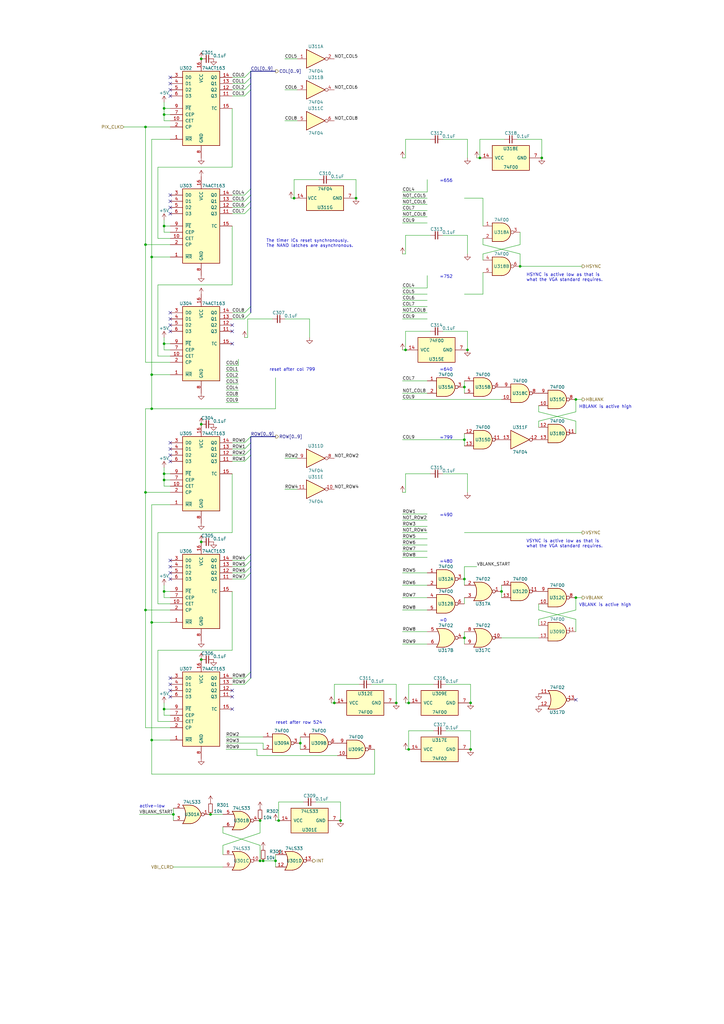
<source format=kicad_sch>
(kicad_sch (version 20211123) (generator eeschema)
  (paper "A3" portrait)
  (junction (at 62.23 255.27))
  (junction (at 59.69 201.93))
  (junction (at 190.5 237.49))
  (junction (at 106.68 336.55))
  (junction (at 113.03 353.06))
  (junction (at 106.68 353.06))
  (junction (at 62.23 167.64))
  (junction (at 137.16 288.29))
  (junction (at 146.05 81.28))
  (junction (at 71.12 334.01))
  (junction (at 139.7 336.55))
  (junction (at 196.85 64.77))
  (junction (at 67.31 196.85))
  (junction (at 190.5 158.75))
  (junction (at 190.5 180.34))
  (junction (at 82.55 173.99))
  (junction (at 114.3 336.55))
  (junction (at 59.69 250.19))
  (junction (at 193.04 288.29))
  (junction (at 193.04 307.34))
  (junction (at 67.31 242.57))
  (junction (at 167.64 288.29))
  (junction (at 162.56 288.29))
  (junction (at 205.74 242.57))
  (junction (at 166.37 143.51))
  (junction (at 59.69 100.33))
  (junction (at 107.95 353.06))
  (junction (at 213.36 109.22))
  (junction (at 62.23 153.67))
  (junction (at 82.55 222.25))
  (junction (at 123.19 304.8))
  (junction (at 167.64 307.34))
  (junction (at 120.65 81.28))
  (junction (at 236.22 163.83))
  (junction (at 82.55 24.13))
  (junction (at 62.23 303.53))
  (junction (at 86.36 334.01))
  (junction (at 82.55 270.51))
  (junction (at 191.77 143.51))
  (junction (at 67.31 92.71))
  (junction (at 67.31 140.97))
  (junction (at 67.31 290.83))
  (junction (at 62.23 105.41))
  (junction (at 67.31 46.99))
  (junction (at 222.25 64.77))
  (junction (at 236.22 245.11))
  (junction (at 67.31 44.45))
  (junction (at 190.5 261.62))
  (junction (at 59.69 52.07))
  (junction (at 67.31 194.31))
  (no_connect (at 69.85 34.29))
  (no_connect (at 69.85 85.09))
  (no_connect (at 69.85 128.27))
  (no_connect (at 69.85 229.87))
  (no_connect (at 95.25 135.89))
  (no_connect (at 69.85 82.55))
  (no_connect (at 69.85 283.21))
  (no_connect (at 69.85 285.75))
  (no_connect (at 95.25 285.75))
  (no_connect (at 69.85 234.95))
  (no_connect (at 69.85 80.01))
  (no_connect (at 69.85 189.23))
  (no_connect (at 95.25 283.21))
  (no_connect (at 69.85 133.35))
  (no_connect (at 69.85 278.13))
  (no_connect (at 69.85 280.67))
  (no_connect (at 69.85 237.49))
  (no_connect (at 95.25 140.97))
  (no_connect (at 69.85 135.89))
  (no_connect (at 69.85 181.61))
  (no_connect (at 69.85 130.81))
  (no_connect (at 69.85 87.63))
  (no_connect (at 236.22 287.02))
  (no_connect (at 69.85 186.69))
  (no_connect (at 69.85 31.75))
  (no_connect (at 95.25 290.83))
  (no_connect (at 69.85 232.41))
  (no_connect (at 95.25 133.35))
  (no_connect (at 69.85 39.37))
  (no_connect (at 69.85 184.15))
  (no_connect (at 69.85 36.83))
  (bus_entry (at 102.87 125.73) (size -2.54 2.54))
  (bus_entry (at 102.87 184.15) (size -2.54 2.54))
  (bus_entry (at 102.87 278.13) (size -2.54 2.54))
  (bus_entry (at 102.87 234.95) (size -2.54 2.54))
  (bus_entry (at 102.87 36.83) (size -2.54 2.54))
  (bus_entry (at 102.87 31.75) (size -2.54 2.54))
  (bus_entry (at 102.87 77.47) (size -2.54 2.54))
  (bus_entry (at 102.87 232.41) (size -2.54 2.54))
  (bus_entry (at 102.87 34.29) (size -2.54 2.54))
  (bus_entry (at 100.33 181.61) (size 2.54 -2.54))
  (bus_entry (at 102.87 80.01) (size -2.54 2.54))
  (bus_entry (at 102.87 29.21) (size -2.54 2.54))
  (bus_entry (at 100.33 189.23) (size 2.54 -2.54))
  (bus_entry (at 102.87 128.27) (size -2.54 2.54))
  (bus_entry (at 102.87 227.33) (size -2.54 2.54))
  (bus_entry (at 100.33 184.15) (size 2.54 -2.54))
  (bus_entry (at 100.33 232.41) (size 2.54 -2.54))
  (bus_entry (at 102.87 275.59) (size -2.54 2.54))
  (bus_entry (at 102.87 82.55) (size -2.54 2.54))
  (bus_entry (at 102.87 85.09) (size -2.54 2.54))
  (wire (pts (xy 64.77 218.44) (xy 95.25 218.44)))
  (wire (pts (xy 236.22 168.91) (xy 236.22 163.83)))
  (wire (pts (xy 190.5 245.11) (xy 190.5 247.65)))
  (wire (pts (xy 71.12 331.47) (xy 71.12 334.01)))
  (bus (pts (xy 102.87 181.61) (xy 102.87 184.15)))
  (wire (pts (xy 207.01 57.15) (xy 196.85 57.15)))
  (wire (pts (xy 123.19 307.34) (xy 123.19 304.8)))
  (wire (pts (xy 69.85 146.05) (xy 64.77 146.05)))
  (wire (pts (xy 95.25 184.15) (xy 100.33 184.15)))
  (wire (pts (xy 91.44 346.71) (xy 106.68 341.63)))
  (wire (pts (xy 67.31 242.57) (xy 67.31 245.11)))
  (wire (pts (xy 100.33 138.43) (xy 101.6 138.43)))
  (wire (pts (xy 67.31 191.77) (xy 67.31 194.31)))
  (wire (pts (xy 111.76 130.81) (xy 101.6 130.81)))
  (wire (pts (xy 165.1 228.6) (xy 175.26 228.6)))
  (wire (pts (xy 67.31 46.99) (xy 67.31 49.53)))
  (wire (pts (xy 71.12 334.01) (xy 71.12 336.55)))
  (wire (pts (xy 69.85 295.91) (xy 64.77 295.91)))
  (wire (pts (xy 176.53 194.31) (xy 166.37 194.31)))
  (wire (pts (xy 120.65 73.66) (xy 120.65 81.28)))
  (wire (pts (xy 165.1 223.52) (xy 175.26 223.52)))
  (wire (pts (xy 191.77 194.31) (xy 191.77 201.93)))
  (wire (pts (xy 86.36 334.01) (xy 91.44 334.01)))
  (wire (pts (xy 95.25 87.63) (xy 100.33 87.63)))
  (wire (pts (xy 59.69 201.93) (xy 59.69 167.64)))
  (wire (pts (xy 205.74 245.11) (xy 205.74 242.57)))
  (wire (pts (xy 67.31 194.31) (xy 69.85 194.31)))
  (wire (pts (xy 92.71 160.02) (xy 97.79 160.02)))
  (wire (pts (xy 92.71 152.4) (xy 97.79 152.4)))
  (bus (pts (xy 102.87 184.15) (xy 102.87 186.69)))
  (wire (pts (xy 176.53 135.89) (xy 166.37 135.89)))
  (wire (pts (xy 165.1 118.11) (xy 175.26 118.11)))
  (wire (pts (xy 64.77 97.79) (xy 64.77 68.58)))
  (wire (pts (xy 121.92 200.66) (xy 116.84 200.66)))
  (wire (pts (xy 190.5 120.65) (xy 198.12 120.65)))
  (wire (pts (xy 62.23 105.41) (xy 69.85 105.41)))
  (wire (pts (xy 67.31 290.83) (xy 67.31 293.37)))
  (wire (pts (xy 181.61 57.15) (xy 191.77 57.15)))
  (wire (pts (xy 67.31 140.97) (xy 69.85 140.97)))
  (wire (pts (xy 165.1 264.16) (xy 175.26 264.16)))
  (wire (pts (xy 95.25 116.84) (xy 95.25 92.71)))
  (wire (pts (xy 92.71 307.34) (xy 105.41 307.34)))
  (bus (pts (xy 102.87 179.07) (xy 102.87 181.61)))
  (wire (pts (xy 67.31 92.71) (xy 69.85 92.71)))
  (wire (pts (xy 71.12 355.6) (xy 91.44 355.6)))
  (wire (pts (xy 119.38 81.28) (xy 120.65 81.28)))
  (wire (pts (xy 113.03 167.64) (xy 62.23 167.64)))
  (wire (pts (xy 100.33 39.37) (xy 95.25 39.37)))
  (wire (pts (xy 198.12 106.68) (xy 198.12 104.14)))
  (wire (pts (xy 59.69 201.93) (xy 59.69 250.19)))
  (bus (pts (xy 102.87 275.59) (xy 102.87 278.13)))
  (bus (pts (xy 102.87 29.21) (xy 102.87 31.75)))
  (wire (pts (xy 59.69 250.19) (xy 69.85 250.19)))
  (wire (pts (xy 127 138.43) (xy 127 130.81)))
  (wire (pts (xy 190.5 218.44) (xy 238.76 218.44)))
  (wire (pts (xy 220.98 250.19) (xy 236.22 254)))
  (wire (pts (xy 220.98 168.91) (xy 236.22 172.72)))
  (wire (pts (xy 191.77 57.15) (xy 191.77 64.77)))
  (bus (pts (xy 102.87 77.47) (xy 102.87 80.01)))
  (wire (pts (xy 113.03 353.06) (xy 113.03 350.52)))
  (bus (pts (xy 102.87 36.83) (xy 102.87 77.47)))
  (wire (pts (xy 67.31 95.25) (xy 69.85 95.25)))
  (wire (pts (xy 191.77 96.52) (xy 191.77 104.14)))
  (wire (pts (xy 166.37 96.52) (xy 166.37 104.14)))
  (wire (pts (xy 92.71 149.86) (xy 97.79 149.86)))
  (wire (pts (xy 67.31 293.37) (xy 69.85 293.37)))
  (wire (pts (xy 116.84 49.53) (xy 121.92 49.53)))
  (wire (pts (xy 67.31 140.97) (xy 67.31 143.51)))
  (wire (pts (xy 100.33 85.09) (xy 95.25 85.09)))
  (wire (pts (xy 190.5 182.88) (xy 190.5 180.34)))
  (wire (pts (xy 116.84 36.83) (xy 121.92 36.83)))
  (wire (pts (xy 165.1 213.36) (xy 175.26 213.36)))
  (wire (pts (xy 220.98 166.37) (xy 220.98 168.91)))
  (wire (pts (xy 101.6 130.81) (xy 101.6 138.43)))
  (wire (pts (xy 198.12 92.71) (xy 198.12 81.28)))
  (wire (pts (xy 190.5 232.41) (xy 195.58 232.41)))
  (wire (pts (xy 147.32 280.67) (xy 137.16 280.67)))
  (wire (pts (xy 165.1 234.95) (xy 175.26 234.95)))
  (wire (pts (xy 91.44 341.63) (xy 106.68 346.71)))
  (wire (pts (xy 123.19 302.26) (xy 123.19 304.8)))
  (wire (pts (xy 59.69 298.45) (xy 69.85 298.45)))
  (wire (pts (xy 236.22 172.72) (xy 236.22 177.8)))
  (bus (pts (xy 102.87 234.95) (xy 102.87 275.59)))
  (wire (pts (xy 165.1 143.51) (xy 166.37 143.51)))
  (wire (pts (xy 127 130.81) (xy 116.84 130.81)))
  (wire (pts (xy 95.25 237.49) (xy 100.33 237.49)))
  (wire (pts (xy 100.33 31.75) (xy 95.25 31.75)))
  (bus (pts (xy 102.87 179.07) (xy 113.03 179.07)))
  (wire (pts (xy 190.5 237.49) (xy 190.5 240.03)))
  (wire (pts (xy 106.68 346.71) (xy 106.68 353.06)))
  (wire (pts (xy 92.71 157.48) (xy 97.79 157.48)))
  (wire (pts (xy 59.69 52.07) (xy 59.69 100.33)))
  (wire (pts (xy 190.5 156.21) (xy 190.5 158.75)))
  (wire (pts (xy 64.77 295.91) (xy 64.77 266.7)))
  (bus (pts (xy 102.87 29.21) (xy 113.03 29.21)))
  (wire (pts (xy 92.71 165.1) (xy 97.79 165.1)))
  (wire (pts (xy 95.25 232.41) (xy 100.33 232.41)))
  (wire (pts (xy 62.23 317.5) (xy 153.67 317.5)))
  (wire (pts (xy 220.98 172.72) (xy 236.22 168.91)))
  (bus (pts (xy 102.87 82.55) (xy 102.87 85.09)))
  (wire (pts (xy 166.37 307.34) (xy 167.64 307.34)))
  (wire (pts (xy 92.71 162.56) (xy 97.79 162.56)))
  (wire (pts (xy 67.31 196.85) (xy 69.85 196.85)))
  (wire (pts (xy 193.04 288.29) (xy 193.04 280.67)))
  (wire (pts (xy 165.1 259.08) (xy 175.26 259.08)))
  (wire (pts (xy 95.25 278.13) (xy 100.33 278.13)))
  (wire (pts (xy 198.12 100.33) (xy 213.36 104.14)))
  (bus (pts (xy 102.87 85.09) (xy 102.87 125.73)))
  (wire (pts (xy 57.15 334.01) (xy 71.12 334.01)))
  (wire (pts (xy 100.33 82.55) (xy 95.25 82.55)))
  (wire (pts (xy 100.33 36.83) (xy 95.25 36.83)))
  (wire (pts (xy 198.12 97.79) (xy 198.12 100.33)))
  (wire (pts (xy 113.03 336.55) (xy 114.3 336.55)))
  (wire (pts (xy 91.44 339.09) (xy 91.44 341.63)))
  (bus (pts (xy 102.87 34.29) (xy 102.87 36.83)))
  (bus (pts (xy 102.87 125.73) (xy 102.87 128.27)))
  (wire (pts (xy 59.69 250.19) (xy 59.69 298.45)))
  (wire (pts (xy 166.37 57.15) (xy 166.37 64.77)))
  (wire (pts (xy 67.31 44.45) (xy 69.85 44.45)))
  (wire (pts (xy 212.09 57.15) (xy 222.25 57.15)))
  (wire (pts (xy 162.56 288.29) (xy 162.56 280.67)))
  (wire (pts (xy 62.23 303.53) (xy 62.23 317.5)))
  (wire (pts (xy 97.79 149.86) (xy 97.79 147.32)))
  (wire (pts (xy 165.1 64.77) (xy 166.37 64.77)))
  (wire (pts (xy 238.76 245.11) (xy 236.22 245.11)))
  (wire (pts (xy 198.12 120.65) (xy 198.12 111.76)))
  (wire (pts (xy 62.23 255.27) (xy 69.85 255.27)))
  (wire (pts (xy 238.76 163.83) (xy 236.22 163.83)))
  (wire (pts (xy 106.68 353.06) (xy 107.95 353.06)))
  (wire (pts (xy 146.05 73.66) (xy 146.05 81.28)))
  (wire (pts (xy 175.26 73.66) (xy 175.26 78.74)))
  (wire (pts (xy 165.1 210.82) (xy 175.26 210.82)))
  (wire (pts (xy 193.04 299.72) (xy 182.88 299.72)))
  (wire (pts (xy 213.36 109.22) (xy 238.76 109.22)))
  (wire (pts (xy 67.31 242.57) (xy 69.85 242.57)))
  (wire (pts (xy 50.8 52.07) (xy 59.69 52.07)))
  (wire (pts (xy 205.74 261.62) (xy 220.98 261.62)))
  (wire (pts (xy 67.31 49.53) (xy 69.85 49.53)))
  (wire (pts (xy 190.5 261.62) (xy 190.5 259.08)))
  (wire (pts (xy 166.37 135.89) (xy 166.37 143.51)))
  (wire (pts (xy 165.1 201.93) (xy 166.37 201.93)))
  (wire (pts (xy 177.8 280.67) (xy 167.64 280.67)))
  (wire (pts (xy 64.77 247.65) (xy 64.77 218.44)))
  (wire (pts (xy 165.1 104.14) (xy 166.37 104.14)))
  (wire (pts (xy 114.3 328.93) (xy 114.3 336.55)))
  (wire (pts (xy 190.5 237.49) (xy 190.5 232.41)))
  (wire (pts (xy 165.1 81.28) (xy 175.26 81.28)))
  (wire (pts (xy 67.31 196.85) (xy 67.31 199.39)))
  (wire (pts (xy 167.64 299.72) (xy 167.64 307.34)))
  (wire (pts (xy 62.23 153.67) (xy 69.85 153.67)))
  (wire (pts (xy 62.23 255.27) (xy 62.23 303.53)))
  (wire (pts (xy 95.25 229.87) (xy 100.33 229.87)))
  (wire (pts (xy 91.44 350.52) (xy 91.44 346.71)))
  (bus (pts (xy 102.87 186.69) (xy 102.87 227.33)))
  (wire (pts (xy 95.25 266.7) (xy 95.25 242.57)))
  (wire (pts (xy 107.95 304.8) (xy 107.95 307.34)))
  (wire (pts (xy 124.46 328.93) (xy 114.3 328.93)))
  (wire (pts (xy 95.25 68.58) (xy 95.25 44.45)))
  (wire (pts (xy 181.61 135.89) (xy 191.77 135.89)))
  (wire (pts (xy 105.41 309.88) (xy 138.43 309.88)))
  (wire (pts (xy 59.69 100.33) (xy 59.69 148.59)))
  (wire (pts (xy 196.85 57.15) (xy 196.85 64.77)))
  (wire (pts (xy 67.31 41.91) (xy 67.31 44.45)))
  (wire (pts (xy 105.41 307.34) (xy 105.41 309.88)))
  (wire (pts (xy 165.1 88.9) (xy 175.26 88.9)))
  (wire (pts (xy 64.77 146.05) (xy 64.77 116.84)))
  (wire (pts (xy 69.85 97.79) (xy 64.77 97.79)))
  (wire (pts (xy 95.25 130.81) (xy 100.33 130.81)))
  (wire (pts (xy 236.22 250.19) (xy 236.22 245.11)))
  (wire (pts (xy 95.25 181.61) (xy 100.33 181.61)))
  (wire (pts (xy 67.31 138.43) (xy 67.31 140.97)))
  (wire (pts (xy 153.67 317.5) (xy 153.67 307.34)))
  (wire (pts (xy 59.69 201.93) (xy 69.85 201.93)))
  (wire (pts (xy 165.1 245.11) (xy 175.26 245.11)))
  (wire (pts (xy 220.98 256.54) (xy 220.98 254)))
  (wire (pts (xy 67.31 46.99) (xy 69.85 46.99)))
  (wire (pts (xy 62.23 57.15) (xy 62.23 105.41)))
  (bus (pts (xy 102.87 229.87) (xy 102.87 232.41)))
  (wire (pts (xy 62.23 105.41) (xy 62.23 153.67)))
  (wire (pts (xy 222.25 57.15) (xy 222.25 64.77)))
  (wire (pts (xy 67.31 240.03) (xy 67.31 242.57)))
  (wire (pts (xy 137.16 280.67) (xy 137.16 288.29)))
  (wire (pts (xy 106.68 341.63) (xy 106.68 336.55)))
  (wire (pts (xy 100.33 80.01) (xy 95.25 80.01)))
  (wire (pts (xy 165.1 123.19) (xy 175.26 123.19)))
  (wire (pts (xy 166.37 194.31) (xy 166.37 201.93)))
  (wire (pts (xy 95.25 186.69) (xy 100.33 186.69)))
  (wire (pts (xy 130.81 73.66) (xy 120.65 73.66)))
  (wire (pts (xy 95.25 128.27) (xy 100.33 128.27)))
  (wire (pts (xy 165.1 218.44) (xy 175.26 218.44)))
  (wire (pts (xy 165.1 120.65) (xy 175.26 120.65)))
  (wire (pts (xy 67.31 290.83) (xy 69.85 290.83)))
  (wire (pts (xy 67.31 44.45) (xy 67.31 46.99)))
  (wire (pts (xy 166.37 288.29) (xy 167.64 288.29)))
  (wire (pts (xy 95.25 189.23) (xy 100.33 189.23)))
  (wire (pts (xy 92.71 154.94) (xy 97.79 154.94)))
  (wire (pts (xy 59.69 100.33) (xy 69.85 100.33)))
  (wire (pts (xy 213.36 104.14) (xy 213.36 109.22)))
  (bus (pts (xy 102.87 232.41) (xy 102.87 234.95)))
  (wire (pts (xy 191.77 135.89) (xy 191.77 143.51)))
  (wire (pts (xy 165.1 86.36) (xy 175.26 86.36)))
  (wire (pts (xy 64.77 116.84) (xy 95.25 116.84)))
  (wire (pts (xy 190.5 180.34) (xy 190.5 177.8)))
  (wire (pts (xy 59.69 148.59) (xy 69.85 148.59)))
  (wire (pts (xy 176.53 57.15) (xy 166.37 57.15)))
  (wire (pts (xy 165.1 180.34) (xy 190.5 180.34)))
  (wire (pts (xy 62.23 207.01) (xy 62.23 255.27)))
  (wire (pts (xy 59.69 167.64) (xy 62.23 167.64)))
  (wire (pts (xy 198.12 104.14) (xy 213.36 100.33)))
  (wire (pts (xy 62.23 303.53) (xy 69.85 303.53)))
  (wire (pts (xy 165.1 78.74) (xy 175.26 78.74)))
  (wire (pts (xy 92.71 302.26) (xy 107.95 302.26)))
  (wire (pts (xy 175.26 113.03) (xy 175.26 118.11)))
  (wire (pts (xy 220.98 247.65) (xy 220.98 250.19)))
  (wire (pts (xy 165.1 215.9) (xy 175.26 215.9)))
  (wire (pts (xy 67.31 143.51) (xy 69.85 143.51)))
  (wire (pts (xy 213.36 100.33) (xy 213.36 95.25)))
  (wire (pts (xy 95.25 234.95) (xy 100.33 234.95)))
  (wire (pts (xy 116.84 24.13) (xy 121.92 24.13)))
  (wire (pts (xy 95.25 280.67) (xy 100.33 280.67)))
  (wire (pts (xy 59.69 52.07) (xy 69.85 52.07)))
  (wire (pts (xy 165.1 220.98) (xy 175.26 220.98)))
  (wire (pts (xy 67.31 92.71) (xy 67.31 95.25)))
  (wire (pts (xy 69.85 207.01) (xy 62.23 207.01)))
  (wire (pts (xy 92.71 304.8) (xy 107.95 304.8)))
  (wire (pts (xy 165.1 163.83) (xy 205.74 163.83)))
  (bus (pts (xy 102.87 227.33) (xy 102.87 229.87)))
  (wire (pts (xy 64.77 68.58) (xy 95.25 68.58)))
  (wire (pts (xy 236.22 254) (xy 236.22 259.08)))
  (wire (pts (xy 69.85 247.65) (xy 64.77 247.65)))
  (wire (pts (xy 67.31 90.17) (xy 67.31 92.71)))
  (wire (pts (xy 100.33 34.29) (xy 95.25 34.29)))
  (wire (pts (xy 195.58 64.77) (xy 196.85 64.77)))
  (wire (pts (xy 165.1 226.06) (xy 175.26 226.06)))
  (wire (pts (xy 162.56 280.67) (xy 152.4 280.67)))
  (bus (pts (xy 102.87 80.01) (xy 102.87 82.55)))
  (wire (pts (xy 181.61 194.31) (xy 191.77 194.31)))
  (wire (pts (xy 190.5 161.29) (xy 190.5 158.75)))
  (wire (pts (xy 67.31 194.31) (xy 67.31 196.85)))
  (wire (pts (xy 176.53 96.52) (xy 166.37 96.52)))
  (wire (pts (xy 165.1 83.82) (xy 175.26 83.82)))
  (wire (pts (xy 165.1 130.81) (xy 175.26 130.81)))
  (wire (pts (xy 190.5 261.62) (xy 190.5 264.16)))
  (wire (pts (xy 135.89 73.66) (xy 146.05 73.66)))
  (wire (pts (xy 165.1 128.27) (xy 175.26 128.27)))
  (wire (pts (xy 113.03 355.6) (xy 113.03 353.06)))
  (wire (pts (xy 139.7 328.93) (xy 129.54 328.93)))
  (wire (pts (xy 167.64 280.67) (xy 167.64 288.29)))
  (wire (pts (xy 165.1 156.21) (xy 175.26 156.21)))
  (wire (pts (xy 95.25 218.44) (xy 95.25 194.31)))
  (wire (pts (xy 69.85 57.15) (xy 62.23 57.15)))
  (wire (pts (xy 135.89 288.29) (xy 137.16 288.29)))
  (wire (pts (xy 175.26 161.29) (xy 165.1 161.29)))
  (bus (pts (xy 102.87 31.75) (xy 102.87 34.29)))
  (wire (pts (xy 67.31 245.11) (xy 69.85 245.11)))
  (wire (pts (xy 205.74 242.57) (xy 205.74 240.03)))
  (wire (pts (xy 64.77 266.7) (xy 95.25 266.7)))
  (wire (pts (xy 107.95 353.06) (xy 113.03 353.06)))
  (wire (pts (xy 177.8 299.72) (xy 167.64 299.72)))
  (wire (pts (xy 165.1 240.03) (xy 175.26 240.03)))
  (wire (pts (xy 116.84 187.96) (xy 121.92 187.96)))
  (wire (pts (xy 198.12 81.28) (xy 190.5 81.28)))
  (wire (pts (xy 193.04 307.34) (xy 193.04 299.72)))
  (wire (pts (xy 165.1 125.73) (xy 175.26 125.73)))
  (wire (pts (xy 193.04 280.67) (xy 182.88 280.67)))
  (wire (pts (xy 113.03 154.94) (xy 113.03 167.64)))
  (wire (pts (xy 181.61 96.52) (xy 191.77 96.52)))
  (wire (pts (xy 139.7 336.55) (xy 139.7 328.93)))
  (wire (pts (xy 220.98 254) (xy 236.22 250.19)))
  (wire (pts (xy 165.1 91.44) (xy 175.26 91.44)))
  (wire (pts (xy 220.98 175.26) (xy 220.98 172.72)))
  (wire (pts (xy 67.31 199.39) (xy 69.85 199.39)))
  (wire (pts (xy 165.1 250.19) (xy 175.26 250.19)))
  (wire (pts (xy 67.31 288.29) (xy 67.31 290.83)))
  (wire (pts (xy 62.23 153.67) (xy 62.23 167.64)))
  (text "active-low" (at 57.15 331.47 0) (effects (font (size 1.27 1.27)) (justify left bottom)))
  (text "HBLANK is active high" (at 237.49 167.64 0) (effects (font (size 1.27 1.27)) (justify left bottom)))
  (text "reset after col 799" (at 110.49 152.4 0) (effects (font (size 1.27 1.27)) (justify left bottom)))
  (text "=656" (at 180.34 74.93 0) (effects (font (size 1.27 1.27)) (justify left bottom)))
  (text "=480" (at 180.34 231.14 0) (effects (font (size 1.27 1.27)) (justify left bottom)))
  (text "VSYNC is active low as that is\nwhat the VGA standard requires." (at 215.9 224.79 0) (effects (font (size 1.27 1.27)) (justify left bottom)))
  (text "=752" (at 180.34 114.3 0) (effects (font (size 1.27 1.27)) (justify left bottom)))
  (text "=799" (at 180.34 180.34 0) (effects (font (size 1.27 1.27)) (justify left bottom)))
  (text "HSYNC is active low as that is\nwhat the VGA standard requires." (at 215.9 115.57 0) (effects (font (size 1.27 1.27)) (justify left bottom)))
  (text "The timer ICs reset synchronously.\nThe NAND latches are asynchronous." (at 109.22 101.6 0) (effects (font (size 1.27 1.27)) (justify left bottom)))
  (text "reset after row 524" (at 113.03 297.18 0) (effects (font (size 1.27 1.27)) (justify left bottom)))
  (text "VBLANK is active high" (at 237.49 248.92 0) (effects (font (size 1.27 1.27)) (justify left bottom)))
  (text "=640" (at 180.34 152.4 0) (effects (font (size 1.27 1.27)) (justify left bottom)))
  (text "=490" (at 180.34 212.09 0) (effects (font (size 1.27 1.27)) (justify left bottom)))
  (text "=0" (at 180.34 255.27 0) (effects (font (size 1.27 1.27)) (justify left bottom)))
  (label "COL8" (at 92.71 162.56 0))
  (label "ROW8" (at 165.1 250.19 0))
  (label "COL7" (at 165.1 156.21 0))
  (label "ROW9" (at 165.1 264.16 0))
  (label "ROW2" (at 116.84 187.96 0))
  (label "COL3" (at 92.71 157.48 0))
  (label "COL5" (at 95.25 82.55 0))
  (label "COL5" (at 116.84 24.13 0))
  (label "ROW8" (at 165.1 259.08 0))
  (label "ROW4" (at 95.25 229.87 0))
  (label "COL1" (at 92.71 152.4 0))
  (label "COL6" (at 95.25 85.09 0))
  (label "COL8" (at 116.84 49.53 0))
  (label "COL4" (at 95.25 80.01 0))
  (label "ROW1" (at 165.1 210.82 0))
  (label "NOT_ROW4" (at 137.16 200.66 0))
  (label "ROW3" (at 165.1 215.9 0))
  (label "ROW7" (at 165.1 226.06 0))
  (label "ROW8" (at 165.1 228.6 0))
  (label "ROW5" (at 165.1 234.95 0))
  (label "ROW3" (at 92.71 304.8 0))
  (label "COL0" (at 92.71 149.86 0))
  (label "ROW7" (at 95.25 237.49 0))
  (label "ROW9" (at 92.71 307.34 0))
  (label "COL1" (at 95.25 34.29 0))
  (label "ROW5" (at 165.1 220.98 0))
  (label "COL7" (at 165.1 125.73 0))
  (label "ROW6" (at 95.25 234.95 0))
  (label "COL2" (at 95.25 36.83 0))
  (label "ROW6" (at 165.1 223.52 0))
  (label "VBLANK_START" (at 57.15 334.01 0))
  (label "ROW2" (at 95.25 186.69 0))
  (label "COL4" (at 165.1 118.11 0))
  (label "ROW7" (at 165.1 245.11 0))
  (label "COL8" (at 95.25 128.27 0))
  (label "COL9" (at 165.1 163.83 0))
  (label "NOT_COL5" (at 165.1 81.28 0))
  (label "VBLANK_START" (at 195.58 232.41 0))
  (label "ROW0" (at 95.25 181.61 0))
  (label "COL7" (at 95.25 87.63 0))
  (label "ROW4" (at 116.84 200.66 0))
  (label "NOT_ROW2" (at 165.1 213.36 0))
  (label "ROW5" (at 95.25 232.41 0))
  (label "NOT_COL6" (at 137.16 36.83 0))
  (label "NOT_COL8" (at 165.1 88.9 0))
  (label "COL9" (at 95.25 130.81 0))
  (label "COL6" (at 116.84 36.83 0))
  (label "COL3" (at 95.25 39.37 0))
  (label "COL5" (at 165.1 120.65 0))
  (label "NOT_COL5" (at 137.16 24.13 0))
  (label "ROW8" (at 95.25 278.13 0))
  (label "NOT_COL8" (at 137.16 49.53 0))
  (label "COL9" (at 165.1 180.34 0))
  (label "ROW2" (at 92.71 302.26 0))
  (label "NOT_COL6" (at 165.1 83.82 0))
  (label "NOT_COL8" (at 165.1 161.29 0))
  (label "COL6" (at 165.1 123.19 0))
  (label "COL7" (at 165.1 86.36 0))
  (label "NOT_COL8" (at 165.1 128.27 0))
  (label "ROW6" (at 165.1 240.03 0))
  (label "ROW9" (at 95.25 280.67 0))
  (label "COL2" (at 92.71 154.94 0))
  (label "COL4" (at 92.71 160.02 0))
  (label "COL[0..9]" (at 102.87 29.21 0))
  (label "NOT_ROW2" (at 137.16 187.96 0))
  (label "COL0" (at 95.25 31.75 0))
  (label "COL9" (at 165.1 91.44 0))
  (label "ROW1" (at 95.25 184.15 0))
  (label "NOT_ROW4" (at 165.1 218.44 0))
  (label "COL9" (at 92.71 165.1 0))
  (label "COL9" (at 165.1 130.81 0))
  (label "ROW3" (at 95.25 189.23 0))
  (label "COL4" (at 165.1 78.74 0))
  (label "ROW[0..9]" (at 102.87 179.07 0))
  (hierarchical_label "HBLANK" (shape output) (at 238.76 163.83 0))
  (hierarchical_label "VSYNC" (shape output) (at 238.76 218.44 0))
  (hierarchical_label "INT" (shape output) (at 128.27 353.06 0))
  (hierarchical_label "PIX_CLK" (shape input) (at 50.8 52.07 180))
  (hierarchical_label "HSYNC" (shape output) (at 238.76 109.22 0))
  (hierarchical_label "VBLANK" (shape output) (at 238.76 245.11 0))
  (hierarchical_label "COL[0..9]" (shape output) (at 113.03 29.21 0))
  (hierarchical_label "ROW[0..9]" (shape output) (at 113.03 179.07 0))
  (hierarchical_label "VBI_CLR" (shape input) (at 71.12 355.6 180))
  (symbol (lib_id "power:+5V") (at 100.33 138.43 0) (unit 1)
    (property "Reference" "#PWR020" (effects hide))
    (property "Value" "+5V" (effects hide))
  )
  (symbol (lib_id "power:GND") (at 127 138.43 0) (unit 1)
    (property "Reference" "#PWR090" (effects hide))
    (property "Value" "GND" (effects hide))
  )
  (symbol (lib_id "Device:C_Small") (at 114.3 130.81 270) (unit 1)
    (property "Reference" "C307" (at 114.3 128.27 90))
    (property "Value" "0.1uF" (at 119.38 129.54 90))
    (property "Footprint" "Capacitor_THT:C_Disc_D5.0mm_W2.5mm_P2.50mm" (effects hide))
    (property "Datasheet" "https://api.kemet.com/component-edge/download/specsheet/C315C104M5U5TA7303.pdf" (effects hide))
    (property "Digikey Part No." "399-9859-1-ND" (effects hide))
  )
  (symbol (lib_id "power:+5V") (at 119.38 81.28 0) (unit 1)
    (property "Reference" "#PWR024" (effects hide))
    (property "Value" "+5V" (effects hide))
  )
  (symbol (lib_id "power:GND") (at 146.05 81.28 0) (unit 1)
    (property "Reference" "#PWR092" (effects hide))
    (property "Value" "GND" (effects hide))
  )
  (symbol (lib_id "Device:C_Small") (at 133.35 73.66 270) (unit 1)
    (property "Reference" "C310" (at 133.35 71.12 90))
    (property "Value" "0.1uF" (at 138.43 72.39 90))
    (property "Footprint" "Capacitor_THT:C_Disc_D5.0mm_W2.5mm_P2.50mm" (effects hide))
    (property "Datasheet" "https://api.kemet.com/component-edge/download/specsheet/C315C104M5U5TA7303.pdf" (effects hide))
    (property "Digikey Part No." "399-9859-1-ND" (effects hide))
  )
  (symbol (lib_id "video-rescue:74AHC30-my_library") (at 182.88 81.28 0) (unit 1)
    (property "Reference" "U313" (at 182.88 76.2 0))
    (property "Value" "74F30" (at 184.15 86.36 0))
    (property "Footprint" "Package_DIP:DIP-14_W7.62mm_Socket" (effects hide))
    (property "Datasheet" "https://www.ti.com/lit/ds/sdfs043a/sdfs043a.pdf" (effects hide))
    (property "Digikey Part No." "296-SN74F30N-ND" (effects hide))
  )
  (symbol (lib_id "video-rescue:74AHC30-my_library") (at 179.07 64.77 90) (unit 2)
    (property "Reference" "U313" (at 179.07 60.96 90))
    (property "Value" "74F30" (at 179.07 68.58 90))
    (property "Footprint" "Package_DIP:DIP-14_W7.62mm_Socket" (effects hide))
    (property "Datasheet" "https://www.ti.com/lit/ds/sdfs043a/sdfs043a.pdf" (effects hide))
    (property "Digikey Part No." "296-SN74F30N-ND" (effects hide))
  )
  (symbol (lib_id "power:+5V") (at 165.1 64.77 0) (unit 1)
    (property "Reference" "#PWR026" (effects hide))
    (property "Value" "+5V" (effects hide))
  )
  (symbol (lib_id "power:GND") (at 191.77 64.77 0) (unit 1)
    (property "Reference" "#PWR094" (effects hide))
    (property "Value" "GND" (effects hide))
  )
  (symbol (lib_id "Device:C_Small") (at 179.07 57.15 270) (unit 1)
    (property "Reference" "C312" (at 179.07 54.61 90))
    (property "Value" "0.1uF" (at 184.15 55.88 90))
    (property "Footprint" "Capacitor_THT:C_Disc_D5.0mm_W2.5mm_P2.50mm" (effects hide))
    (property "Datasheet" "https://api.kemet.com/component-edge/download/specsheet/C315C104M5U5TA7303.pdf" (effects hide))
    (property "Digikey Part No." "399-9859-1-ND" (effects hide))
  )
  (symbol (lib_id "74xx:74LS163") (at 82.55 44.45 0) (unit 1)
    (property "Reference" "U302" (at 76.2 27.94 0))
    (property "Value" "74ACT163" (at 87.63 27.94 0))
    (property "Footprint" "Package_DIP:DIP-16_W7.62mm_Socket" (effects hide))
    (property "Datasheet" "https://www.ti.com/lit/ds/symlink/cd74act163.pdf" (effects hide))
    (property "Digikey Part No." "296-32983-5-ND" (effects hide))
  )
  (symbol (lib_id "power:+5V") (at 82.55 24.13 0) (unit 1)
    (property "Reference" "#PWR013" (effects hide))
    (property "Value" "+5V" (effects hide))
  )
  (symbol (lib_id "power:GND") (at 82.55 64.77 0) (unit 1)
    (property "Reference" "#PWR080" (effects hide))
    (property "Value" "GND" (effects hide))
  )
  (symbol (lib_id "74xx:74LS163") (at 82.55 92.71 0) (unit 1)
    (property "Reference" "U303" (at 76.2 76.2 0))
    (property "Value" "74ACT163" (at 87.63 76.2 0))
    (property "Footprint" "Package_DIP:DIP-16_W7.62mm_Socket" (effects hide))
    (property "Datasheet" "https://www.ti.com/lit/ds/symlink/cd74act163.pdf" (effects hide))
    (property "Digikey Part No." "296-32983-5-ND" (effects hide))
  )
  (symbol (lib_id "power:+5V") (at 82.55 72.39 0) (unit 1)
    (property "Reference" "#PWR014" (effects hide))
    (property "Value" "+5V" (effects hide))
  )
  (symbol (lib_id "power:GND") (at 82.55 113.03 0) (unit 1)
    (property "Reference" "#PWR081" (effects hide))
    (property "Value" "GND" (effects hide))
  )
  (symbol (lib_id "video-rescue:74AHC30-my_library") (at 182.88 120.65 0) (unit 1)
    (property "Reference" "U314" (at 182.88 115.57 0))
    (property "Value" "74F30" (at 184.15 125.73 0))
    (property "Footprint" "Package_DIP:DIP-14_W7.62mm_Socket" (effects hide))
    (property "Datasheet" "https://www.ti.com/lit/ds/sdfs043a/sdfs043a.pdf" (effects hide))
    (property "Digikey Part No." "296-SN74F30N-ND" (effects hide))
  )
  (symbol (lib_id "74xx:74LS163") (at 82.55 140.97 0) (unit 1)
    (property "Reference" "U304" (at 76.2 124.46 0))
    (property "Value" "74ACT163" (at 87.63 124.46 0))
    (property "Footprint" "Package_DIP:DIP-16_W7.62mm_Socket" (effects hide))
    (property "Datasheet" "https://www.ti.com/lit/ds/symlink/cd74act163.pdf" (effects hide))
    (property "Digikey Part No." "296-32983-5-ND" (effects hide))
  )
  (symbol (lib_id "power:+5V") (at 82.55 120.65 0) (unit 1)
    (property "Reference" "#PWR015" (effects hide))
    (property "Value" "+5V" (effects hide))
  )
  (symbol (lib_id "power:GND") (at 82.55 161.29 0) (unit 1)
    (property "Reference" "#PWR082" (effects hide))
    (property "Value" "GND" (effects hide))
  )
  (symbol (lib_id "Device:C_Small") (at 179.07 96.52 270) (unit 1)
    (property "Reference" "C313" (at 179.07 93.98 90))
    (property "Value" "0.1uF" (at 184.15 95.25 90))
    (property "Footprint" "Capacitor_THT:C_Disc_D5.0mm_W2.5mm_P2.50mm" (effects hide))
    (property "Datasheet" "https://api.kemet.com/component-edge/download/specsheet/C315C104M5U5TA7303.pdf" (effects hide))
    (property "Digikey Part No." "399-9859-1-ND" (effects hide))
  )
  (symbol (lib_id "power:GND") (at 191.77 104.14 0) (unit 1)
    (property "Reference" "#PWR095" (effects hide))
    (property "Value" "GND" (effects hide))
  )
  (symbol (lib_id "power:+5V") (at 165.1 104.14 0) (unit 1)
    (property "Reference" "#PWR027" (effects hide))
    (property "Value" "+5V" (effects hide))
  )
  (symbol (lib_id "video-rescue:74AHC30-my_library") (at 179.07 104.14 90) (unit 2)
    (property "Reference" "U314" (at 179.07 100.33 90))
    (property "Value" "74F30" (at 179.07 107.95 90))
    (property "Footprint" "Package_DIP:DIP-14_W7.62mm_Socket" (effects hide))
    (property "Datasheet" "https://www.ti.com/lit/ds/sdfs043a/sdfs043a.pdf" (effects hide))
    (property "Digikey Part No." "296-SN74F30N-ND" (effects hide))
  )
  (symbol (lib_id "power:+5V") (at 67.31 41.91 0) (unit 1)
    (property "Reference" "#PWR07" (effects hide))
    (property "Value" "+5V" (at 67.31 38.1 0))
  )
  (symbol (lib_id "power:+5V") (at 67.31 90.17 0) (unit 1)
    (property "Reference" "#PWR08" (effects hide))
    (property "Value" "+5V" (at 67.31 86.36 0))
  )
  (symbol (lib_id "power:+5V") (at 67.31 138.43 0) (unit 1)
    (property "Reference" "#PWR09" (effects hide))
    (property "Value" "+5V" (at 67.31 134.62 0))
  )
  (symbol (lib_id "74xx:74AHC04") (at 129.54 24.13 0) (unit 1)
    (property "Reference" "U311" (at 129.54 19.05 0))
    (property "Value" "74F04" (at 129.54 29.21 0))
    (property "Footprint" "Package_DIP:DIP-14_W7.62mm_Socket" (effects hide))
    (property "Datasheet" "https://www.ti.com/lit/ds/symlink/sn74f04.pdf" (effects hide))
    (property "Digikey Part No." "296-3542-5-ND" (effects hide))
  )
  (symbol (lib_id "74xx:74AHC04") (at 129.54 36.83 0) (unit 2)
    (property "Reference" "U311" (at 129.54 31.75 0))
    (property "Value" "74F04" (at 129.54 41.91 0))
    (property "Footprint" "Package_DIP:DIP-14_W7.62mm_Socket" (effects hide))
    (property "Datasheet" "https://www.ti.com/lit/ds/symlink/sn74f04.pdf" (effects hide))
    (property "Digikey Part No." "296-3542-5-ND" (effects hide))
  )
  (symbol (lib_id "74xx:74AHC04") (at 129.54 49.53 0) (unit 3)
    (property "Reference" "U311" (at 129.54 44.45 0))
    (property "Value" "74F04" (at 129.54 54.61 0))
    (property "Footprint" "Package_DIP:DIP-14_W7.62mm_Socket" (effects hide))
    (property "Datasheet" "https://www.ti.com/lit/ds/symlink/sn74f04.pdf" (effects hide))
    (property "Digikey Part No." "296-3542-5-ND" (effects hide))
  )
  (symbol (lib_id "74xx:74AHC04") (at 129.54 187.96 0) (unit 4)
    (property "Reference" "U311" (at 129.54 182.88 0))
    (property "Value" "74F04" (at 129.54 193.04 0))
    (property "Footprint" "Package_DIP:DIP-14_W7.62mm_Socket" (effects hide))
    (property "Datasheet" "https://www.ti.com/lit/ds/symlink/sn74f04.pdf" (effects hide))
    (property "Digikey Part No." "296-3542-5-ND" (effects hide))
  )
  (symbol (lib_id "74xx:74AHC04") (at 129.54 200.66 0) (unit 5)
    (property "Reference" "U311" (at 129.54 195.58 0))
    (property "Value" "74F04" (at 129.54 205.74 0))
    (property "Footprint" "Package_DIP:DIP-14_W7.62mm_Socket" (effects hide))
    (property "Datasheet" "https://www.ti.com/lit/ds/symlink/sn74f04.pdf" (effects hide))
    (property "Digikey Part No." "296-3542-5-ND" (effects hide))
  )
  (symbol (lib_id "74xx:74AHC04") (at 213.36 180.34 0) (unit 6)
    (property "Reference" "U311" (at 213.36 175.26 0))
    (property "Value" "74F04" (at 213.36 185.42 0))
    (property "Footprint" "Package_DIP:DIP-14_W7.62mm_Socket" (effects hide))
    (property "Datasheet" "https://www.ti.com/lit/ds/symlink/sn74f04.pdf" (effects hide))
    (property "Digikey Part No." "296-3542-5-ND" (effects hide))
  )
  (symbol (lib_id "74xx:74AHC04") (at 133.35 81.28 90) (unit 7)
    (property "Reference" "U311" (at 133.35 85.09 90))
    (property "Value" "74F04" (at 133.35 77.47 90))
    (property "Footprint" "Package_DIP:DIP-14_W7.62mm_Socket" (effects hide))
    (property "Datasheet" "https://www.ti.com/lit/ds/symlink/sn74f04.pdf" (effects hide))
    (property "Digikey Part No." "296-3542-5-ND" (effects hide))
  )
  (symbol (lib_id "video-rescue:74AHC30-my_library") (at 105.41 154.94 0) (unit 1)
    (property "Reference" "U308" (at 105.41 149.86 0))
    (property "Value" "74F30" (at 106.68 160.02 0))
    (property "Footprint" "Package_DIP:DIP-14_W7.62mm_Socket" (effects hide))
    (property "Datasheet" "https://www.ti.com/lit/ds/sdfs043a/sdfs043a.pdf" (effects hide))
    (property "Digikey Part No." "296-SN74F30N-ND" (effects hide))
  )
  (symbol (lib_id "video-rescue:74AHC30-my_library") (at 114.3 138.43 90) (unit 2)
    (property "Reference" "U308" (at 114.3 134.62 90))
    (property "Value" "74F30" (at 114.3 142.24 90))
    (property "Footprint" "Package_DIP:DIP-14_W7.62mm_Socket" (effects hide))
    (property "Datasheet" "https://www.ti.com/lit/ds/sdfs043a/sdfs043a.pdf" (effects hide))
    (property "Digikey Part No." "296-SN74F30N-ND" (effects hide))
  )
  (symbol (lib_id "74xx:74LS00") (at 205.74 95.25 0) (unit 1)
    (property "Reference" "U318" (at 205.74 95.25 0))
    (property "Value" "74F00" (at 205.74 90.17 0))
    (property "Footprint" "Package_DIP:DIP-14_W7.62mm_Socket" (effects hide))
    (property "Datasheet" "https://www.ti.com/lit/ds/symlink/sn74f00.pdf" (effects hide))
    (property "Digikey Part No." "296-3539-5-ND" (effects hide))
  )
  (symbol (lib_id "74xx:74LS00") (at 205.74 109.22 0) (unit 2)
    (property "Reference" "U318" (at 205.74 109.22 0))
    (property "Value" "74F00" (at 205.74 104.14 0))
    (property "Footprint" "Package_DIP:DIP-14_W7.62mm_Socket" (effects hide))
    (property "Datasheet" "https://www.ti.com/lit/ds/symlink/sn74f00.pdf" (effects hide))
    (property "Digikey Part No." "296-3539-5-ND" (effects hide))
  )
  (symbol (lib_id "74xx:74LS00") (at 228.6 163.83 0) (unit 3)
    (property "Reference" "U315" (at 228.6 163.83 0))
    (property "Value" "74F00" (at 228.6 158.75 0))
    (property "Footprint" "Package_DIP:DIP-14_W7.62mm_Socket" (effects hide))
    (property "Datasheet" "https://www.ti.com/lit/ds/symlink/sn74f00.pdf" (effects hide))
    (property "Digikey Part No." "296-3539-5-ND" (effects hide))
  )
  (symbol (lib_id "74xx:74LS00") (at 228.6 177.8 0) (unit 4)
    (property "Reference" "U318" (at 228.6 177.8 0))
    (property "Value" "74F00" (at 228.6 172.72 0))
    (property "Footprint" "Package_DIP:DIP-14_W7.62mm_Socket" (effects hide))
    (property "Datasheet" "https://www.ti.com/lit/ds/symlink/sn74f00.pdf" (effects hide))
    (property "Digikey Part No." "296-3539-5-ND" (effects hide))
  )
  (symbol (lib_id "74xx:74LS00") (at 209.55 64.77 90) (unit 5)
    (property "Reference" "U318" (at 209.55 60.96 90))
    (property "Value" "74F00" (at 209.55 68.58 90))
    (property "Footprint" "Package_DIP:DIP-14_W7.62mm_Socket" (effects hide))
    (property "Datasheet" "https://www.ti.com/lit/ds/symlink/sn74f00.pdf" (effects hide))
    (property "Digikey Part No." "296-3539-5-ND" (effects hide))
  )
  (symbol (lib_id "Device:C_Small") (at 85.09 24.13 270) (unit 1)
    (property "Reference" "C301" (at 85.09 21.59 90))
    (property "Value" "0.1uF" (at 90.17 22.86 90))
    (property "Footprint" "Capacitor_THT:C_Disc_D5.0mm_W2.5mm_P2.50mm" (effects hide))
    (property "Datasheet" "https://api.kemet.com/component-edge/download/specsheet/C315C104M5U5TA7303.pdf" (effects hide))
    (property "Digikey Part No." "399-9859-1-ND" (effects hide))
  )
  (symbol (lib_id "power:GND") (at 87.63 24.13 0) (unit 1)
    (property "Reference" "#PWR086" (effects hide))
    (property "Value" "GND" (effects hide))
  )
  (symbol (lib_id "power:+5V") (at 82.55 173.99 0) (unit 1)
    (property "Reference" "#PWR016" (effects hide))
    (property "Value" "+5V" (effects hide))
  )
  (symbol (lib_id "Device:C_Small") (at 209.55 57.15 270) (unit 1)
    (property "Reference" "C318" (at 209.55 54.61 90))
    (property "Value" "0.1uF" (at 214.63 55.88 90))
    (property "Footprint" "Capacitor_THT:C_Disc_D5.0mm_W2.5mm_P2.50mm" (effects hide))
    (property "Datasheet" "https://api.kemet.com/component-edge/download/specsheet/C315C104M5U5TA7303.pdf" (effects hide))
    (property "Digikey Part No." "399-9859-1-ND" (effects hide))
  )
  (symbol (lib_id "power:GND") (at 222.25 64.77 0) (unit 1)
    (property "Reference" "#PWR0102" (effects hide))
    (property "Value" "GND" (effects hide))
  )
  (symbol (lib_id "power:+5V") (at 195.58 64.77 0) (unit 1)
    (property "Reference" "#PWR032" (effects hide))
    (property "Value" "+5V" (effects hide))
  )
  (symbol (lib_id "Device:C_Small") (at 179.07 135.89 270) (unit 1)
    (property "Reference" "C314" (at 179.07 133.35 90))
    (property "Value" "0.1uF" (at 184.15 134.62 90))
    (property "Footprint" "Capacitor_THT:C_Disc_D5.0mm_W2.5mm_P2.50mm" (effects hide))
    (property "Datasheet" "https://api.kemet.com/component-edge/download/specsheet/C315C104M5U5TA7303.pdf" (effects hide))
    (property "Digikey Part No." "399-9859-1-ND" (effects hide))
  )
  (symbol (lib_id "power:GND") (at 191.77 143.51 0) (unit 1)
    (property "Reference" "#PWR096" (effects hide))
    (property "Value" "GND" (effects hide))
  )
  (symbol (lib_id "power:+5V") (at 165.1 143.51 0) (unit 1)
    (property "Reference" "#PWR028" (effects hide))
    (property "Value" "+5V" (effects hide))
  )
  (symbol (lib_id "74xx:74LS00") (at 182.88 158.75 0) (unit 1)
    (property "Reference" "U315" (at 182.88 158.75 0))
    (property "Value" "74F00" (at 182.88 153.67 0))
    (property "Footprint" "Package_DIP:DIP-14_W7.62mm_Socket" (effects hide))
    (property "Datasheet" "https://www.ti.com/lit/ds/symlink/sn74f00.pdf" (effects hide))
    (property "Digikey Part No." "296-3539-5-ND" (effects hide))
  )
  (symbol (lib_id "74xx:74LS00") (at 198.12 158.75 0) (unit 2)
    (property "Reference" "U315" (at 198.12 158.75 0))
    (property "Value" "74F00" (at 198.12 153.67 0))
    (property "Footprint" "Package_DIP:DIP-14_W7.62mm_Socket" (effects hide))
    (property "Datasheet" "https://www.ti.com/lit/ds/symlink/sn74f00.pdf" (effects hide))
    (property "Digikey Part No." "296-3539-5-ND" (effects hide))
  )
  (symbol (lib_id "74xx:74LS00") (at 213.36 161.29 0) (unit 3)
    (property "Reference" "U318" (at 213.36 161.29 0))
    (property "Value" "74F00" (at 213.36 156.21 0))
    (property "Footprint" "Package_DIP:DIP-14_W7.62mm_Socket" (effects hide))
    (property "Datasheet" "https://www.ti.com/lit/ds/symlink/sn74f00.pdf" (effects hide))
    (property "Digikey Part No." "296-3539-5-ND" (effects hide))
  )
  (symbol (lib_id "74xx:74LS00") (at 198.12 180.34 0) (unit 4)
    (property "Reference" "U315" (at 198.12 180.34 0))
    (property "Value" "74F00" (at 198.12 175.26 0))
    (property "Footprint" "Package_DIP:DIP-14_W7.62mm_Socket" (effects hide))
    (property "Datasheet" "https://www.ti.com/lit/ds/symlink/sn74f00.pdf" (effects hide))
    (property "Digikey Part No." "296-3539-5-ND" (effects hide))
  )
  (symbol (lib_id "74xx:74LS00") (at 179.07 143.51 90) (unit 5)
    (property "Reference" "U315" (at 179.07 147.32 90))
    (property "Value" "74F00" (at 179.07 139.7 90))
    (property "Footprint" "Package_DIP:DIP-14_W7.62mm_Socket" (effects hide))
    (property "Datasheet" "https://www.ti.com/lit/ds/symlink/sn74f00.pdf" (effects hide))
    (property "Digikey Part No." "296-3539-5-ND" (effects hide))
  )
  (symbol (lib_id "74xx:74LS163") (at 82.55 194.31 0) (unit 1)
    (property "Reference" "U305" (at 76.2 177.8 0))
    (property "Value" "74ACT163" (at 87.63 177.8 0))
    (property "Footprint" "Package_DIP:DIP-16_W7.62mm_Socket" (effects hide))
    (property "Datasheet" "https://www.ti.com/lit/ds/symlink/cd74act163.pdf" (effects hide))
    (property "Digikey Part No." "296-32983-5-ND" (effects hide))
  )
  (symbol (lib_id "power:GND") (at 82.55 214.63 0) (unit 1)
    (property "Reference" "#PWR083" (effects hide))
    (property "Value" "GND" (effects hide))
  )
  (symbol (lib_id "74xx:74LS163") (at 82.55 242.57 0) (unit 1)
    (property "Reference" "U306" (at 76.2 226.06 0))
    (property "Value" "74ACT163" (at 87.63 226.06 0))
    (property "Footprint" "Package_DIP:DIP-16_W7.62mm_Socket" (effects hide))
    (property "Datasheet" "https://www.ti.com/lit/ds/symlink/cd74act163.pdf" (effects hide))
    (property "Digikey Part No." "296-32983-5-ND" (effects hide))
  )
  (symbol (lib_id "power:+5V") (at 82.55 222.25 0) (unit 1)
    (property "Reference" "#PWR017" (effects hide))
    (property "Value" "+5V" (effects hide))
  )
  (symbol (lib_id "power:GND") (at 82.55 262.89 0) (unit 1)
    (property "Reference" "#PWR084" (effects hide))
    (property "Value" "GND" (effects hide))
  )
  (symbol (lib_id "74xx:74LS163") (at 82.55 290.83 0) (unit 1)
    (property "Reference" "U307" (at 76.2 274.32 0))
    (property "Value" "74ACT163" (at 87.63 274.32 0))
    (property "Footprint" "Package_DIP:DIP-16_W7.62mm_Socket" (effects hide))
    (property "Datasheet" "https://www.ti.com/lit/ds/symlink/cd74act163.pdf" (effects hide))
    (property "Digikey Part No." "296-32983-5-ND" (effects hide))
  )
  (symbol (lib_id "power:+5V") (at 82.55 270.51 0) (unit 1)
    (property "Reference" "#PWR018" (effects hide))
    (property "Value" "+5V" (effects hide))
  )
  (symbol (lib_id "power:GND") (at 82.55 311.15 0) (unit 1)
    (property "Reference" "#PWR085" (effects hide))
    (property "Value" "GND" (effects hide))
  )
  (symbol (lib_id "power:+5V") (at 67.31 191.77 0) (unit 1)
    (property "Reference" "#PWR010" (effects hide))
    (property "Value" "+5V" (at 67.31 187.96 0))
  )
  (symbol (lib_id "power:+5V") (at 67.31 240.03 0) (unit 1)
    (property "Reference" "#PWR011" (effects hide))
    (property "Value" "+5V" (at 67.31 236.22 0))
  )
  (symbol (lib_id "power:+5V") (at 67.31 288.29 0) (unit 1)
    (property "Reference" "#PWR012" (effects hide))
    (property "Value" "+5V" (at 67.31 284.48 0))
  )
  (symbol (lib_id "Device:C_Small") (at 85.09 173.99 270) (unit 1)
    (property "Reference" "C304" (at 85.09 171.45 90))
    (property "Value" "0.1uF" (at 90.17 172.72 90))
    (property "Footprint" "Capacitor_THT:C_Disc_D5.0mm_W2.5mm_P2.50mm" (effects hide))
    (property "Datasheet" "https://api.kemet.com/component-edge/download/specsheet/C315C104M5U5TA7303.pdf" (effects hide))
    (property "Digikey Part No." "399-9859-1-ND" (effects hide))
  )
  (symbol (lib_id "power:GND") (at 87.63 173.99 0) (unit 1)
    (property "Reference" "#PWR087" (effects hide))
    (property "Value" "GND" (effects hide))
  )
  (symbol (lib_id "Device:C_Small") (at 85.09 222.25 270) (unit 1)
    (property "Reference" "C305" (at 85.09 219.71 90))
    (property "Value" "0.1uF" (at 90.17 220.98 90))
    (property "Footprint" "Capacitor_THT:C_Disc_D5.0mm_W2.5mm_P2.50mm" (effects hide))
    (property "Datasheet" "https://api.kemet.com/component-edge/download/specsheet/C315C104M5U5TA7303.pdf" (effects hide))
    (property "Digikey Part No." "399-9859-1-ND" (effects hide))
  )
  (symbol (lib_id "power:GND") (at 87.63 222.25 0) (unit 1)
    (property "Reference" "#PWR088" (effects hide))
    (property "Value" "GND" (effects hide))
  )
  (symbol (lib_id "power:GND") (at 87.63 270.51 0) (unit 1)
    (property "Reference" "#PWR089" (effects hide))
    (property "Value" "GND" (effects hide))
  )
  (symbol (lib_id "Device:C_Small") (at 85.09 270.51 270) (unit 1)
    (property "Reference" "C306" (at 85.09 267.97 90))
    (property "Value" "0.1uF" (at 90.17 269.24 90))
    (property "Footprint" "Capacitor_THT:C_Disc_D5.0mm_W2.5mm_P2.50mm" (effects hide))
    (property "Datasheet" "https://api.kemet.com/component-edge/download/specsheet/C315C104M5U5TA7303.pdf" (effects hide))
    (property "Digikey Part No." "399-9859-1-ND" (effects hide))
  )
  (symbol (lib_id "74xx:74LS00") (at 115.57 304.8 0) (unit 1)
    (property "Reference" "U309" (at 115.57 304.8 0))
    (property "Value" "74F00" (at 115.57 299.72 0))
    (property "Footprint" "Package_DIP:DIP-14_W7.62mm_Socket" (effects hide))
    (property "Datasheet" "https://www.ti.com/lit/ds/symlink/sn74f00.pdf" (effects hide))
    (property "Digikey Part No." "296-3539-5-ND" (effects hide))
  )
  (symbol (lib_id "74xx:74LS00") (at 130.81 304.8 0) (unit 2)
    (property "Reference" "U309" (at 130.81 304.8 0))
    (property "Value" "74F00" (at 130.81 299.72 0))
    (property "Footprint" "Package_DIP:DIP-14_W7.62mm_Socket" (effects hide))
    (property "Datasheet" "https://www.ti.com/lit/ds/symlink/sn74f00.pdf" (effects hide))
    (property "Digikey Part No." "296-3539-5-ND" (effects hide))
  )
  (symbol (lib_id "74xx:74LS00") (at 146.05 307.34 0) (unit 3)
    (property "Reference" "U309" (at 146.05 307.34 0))
    (property "Value" "74F00" (at 146.05 302.26 0))
    (property "Footprint" "Package_DIP:DIP-14_W7.62mm_Socket" (effects hide))
    (property "Datasheet" "https://www.ti.com/lit/ds/symlink/sn74f00.pdf" (effects hide))
    (property "Digikey Part No." "296-3539-5-ND" (effects hide))
  )
  (symbol (lib_id "74xx:74LS00") (at 213.36 242.57 0) (unit 4)
    (property "Reference" "U312" (at 213.36 242.57 0))
    (property "Value" "74F00" (at 213.36 237.49 0))
    (property "Footprint" "Package_DIP:DIP-14_W7.62mm_Socket" (effects hide))
    (property "Datasheet" "https://www.ti.com/lit/ds/symlink/sn74f00.pdf" (effects hide))
    (property "Digikey Part No." "296-3539-5-ND" (effects hide))
  )
  (symbol (lib_id "74xx:74LS00") (at 149.86 288.29 90) (unit 5)
    (property "Reference" "U312" (at 149.86 284.48 90))
    (property "Value" "74F00" (at 149.86 292.1 90))
    (property "Footprint" "Package_DIP:DIP-14_W7.62mm_Socket" (effects hide))
    (property "Datasheet" "https://www.ti.com/lit/ds/symlink/sn74f00.pdf" (effects hide))
    (property "Digikey Part No." "296-3539-5-ND" (effects hide))
  )
  (symbol (lib_id "video-rescue:74AHC30-my_library") (at 182.88 218.44 0) (unit 1)
    (property "Reference" "U316" (at 182.88 213.36 0))
    (property "Value" "74F30" (at 184.15 223.52 0))
    (property "Footprint" "Package_DIP:DIP-14_W7.62mm_Socket" (effects hide))
    (property "Datasheet" "https://www.ti.com/lit/ds/sdfs043a/sdfs043a.pdf" (effects hide))
    (property "Digikey Part No." "296-SN74F30N-ND" (effects hide))
  )
  (symbol (lib_id "Device:C_Small") (at 179.07 194.31 270) (unit 1)
    (property "Reference" "C315" (at 179.07 191.77 90))
    (property "Value" "0.1uF" (at 184.15 193.04 90))
    (property "Footprint" "Capacitor_THT:C_Disc_D5.0mm_W2.5mm_P2.50mm" (effects hide))
    (property "Datasheet" "https://api.kemet.com/component-edge/download/specsheet/C315C104M5U5TA7303.pdf" (effects hide))
    (property "Digikey Part No." "399-9859-1-ND" (effects hide))
  )
  (symbol (lib_id "power:GND") (at 191.77 201.93 0) (unit 1)
    (property "Reference" "#PWR097" (effects hide))
    (property "Value" "GND" (effects hide))
  )
  (symbol (lib_id "power:+5V") (at 165.1 201.93 0) (unit 1)
    (property "Reference" "#PWR029" (effects hide))
    (property "Value" "+5V" (effects hide))
  )
  (symbol (lib_id "video-rescue:74AHC30-my_library") (at 179.07 201.93 90) (unit 2)
    (property "Reference" "U316" (at 179.07 198.12 90))
    (property "Value" "74F30" (at 179.07 205.74 90))
    (property "Footprint" "Package_DIP:DIP-14_W7.62mm_Socket" (effects hide))
    (property "Datasheet" "https://www.ti.com/lit/ds/sdfs043a/sdfs043a.pdf" (effects hide))
    (property "Digikey Part No." "296-SN74F30N-ND" (effects hide))
  )
  (symbol (lib_id "74xx:74LS00") (at 182.88 237.49 0) (unit 1)
    (property "Reference" "U312" (at 182.88 237.49 0))
    (property "Value" "74F00" (at 182.88 232.41 0))
    (property "Footprint" "Package_DIP:DIP-14_W7.62mm_Socket" (effects hide))
    (property "Datasheet" "https://www.ti.com/lit/ds/symlink/sn74f00.pdf" (effects hide))
    (property "Digikey Part No." "296-3539-5-ND" (effects hide))
  )
  (symbol (lib_id "74xx:74LS00") (at 182.88 247.65 0) (unit 2)
    (property "Reference" "U312" (at 182.88 247.65 0))
    (property "Value" "74F00" (at 182.88 242.57 0))
    (property "Footprint" "Package_DIP:DIP-14_W7.62mm_Socket" (effects hide))
    (property "Datasheet" "https://www.ti.com/lit/ds/symlink/sn74f00.pdf" (effects hide))
    (property "Digikey Part No." "296-3539-5-ND" (effects hide))
  )
  (symbol (lib_id "74xx:74LS00") (at 228.6 245.11 0) (unit 3)
    (property "Reference" "U312" (at 228.6 245.11 0))
    (property "Value" "74F00" (at 228.6 240.03 0))
    (property "Footprint" "Package_DIP:DIP-14_W7.62mm_Socket" (effects hide))
    (property "Datasheet" "https://www.ti.com/lit/ds/symlink/sn74f00.pdf" (effects hide))
    (property "Digikey Part No." "296-3539-5-ND" (effects hide))
  )
  (symbol (lib_id "74xx:74LS00") (at 228.6 259.08 0) (unit 4)
    (property "Reference" "U309" (at 228.6 259.08 0))
    (property "Value" "74F00" (at 228.6 254 0))
    (property "Footprint" "Package_DIP:DIP-14_W7.62mm_Socket" (effects hide))
    (property "Datasheet" "https://www.ti.com/lit/ds/symlink/sn74f00.pdf" (effects hide))
    (property "Digikey Part No." "296-3539-5-ND" (effects hide))
  )
  (symbol (lib_id "74xx:74LS00") (at 180.34 288.29 90) (unit 5)
    (property "Reference" "U309" (at 180.34 284.48 90))
    (property "Value" "74F00" (at 180.34 292.1 90))
    (property "Footprint" "Package_DIP:DIP-14_W7.62mm_Socket" (effects hide))
    (property "Datasheet" "https://www.ti.com/lit/ds/symlink/sn74f00.pdf" (effects hide))
    (property "Digikey Part No." "296-3539-5-ND" (effects hide))
  )
  (symbol (lib_id "Device:C_Small") (at 149.86 280.67 270) (unit 1)
    (property "Reference" "C311" (at 149.86 278.13 90))
    (property "Value" "0.1uF" (at 154.94 279.4 90))
    (property "Footprint" "Capacitor_THT:C_Disc_D5.0mm_W2.5mm_P2.50mm" (effects hide))
    (property "Datasheet" "https://api.kemet.com/component-edge/download/specsheet/C315C104M5U5TA7303.pdf" (effects hide))
    (property "Digikey Part No." "399-9859-1-ND" (effects hide))
  )
  (symbol (lib_id "power:GND") (at 162.56 288.29 0) (unit 1)
    (property "Reference" "#PWR093" (effects hide))
    (property "Value" "GND" (effects hide))
  )
  (symbol (lib_id "power:+5V") (at 135.89 288.29 0) (unit 1)
    (property "Reference" "#PWR025" (effects hide))
    (property "Value" "+5V" (effects hide))
  )
  (symbol (lib_id "Device:C_Small") (at 180.34 280.67 270) (unit 1)
    (property "Reference" "C316" (at 180.34 278.13 90))
    (property "Value" "0.1uF" (at 185.42 279.4 90))
    (property "Footprint" "Capacitor_THT:C_Disc_D5.0mm_W2.5mm_P2.50mm" (effects hide))
    (property "Datasheet" "https://api.kemet.com/component-edge/download/specsheet/C315C104M5U5TA7303.pdf" (effects hide))
    (property "Digikey Part No." "399-9859-1-ND" (effects hide))
  )
  (symbol (lib_id "power:GND") (at 193.04 288.29 0) (unit 1)
    (property "Reference" "#PWR098" (effects hide))
    (property "Value" "GND" (effects hide))
  )
  (symbol (lib_id "power:+5V") (at 166.37 288.29 0) (unit 1)
    (property "Reference" "#PWR030" (effects hide))
    (property "Value" "+5V" (effects hide))
  )
  (symbol (lib_id "74xx:74LS02") (at 198.12 242.57 0) (unit 1)
    (property "Reference" "U317" (at 198.12 247.65 0))
    (property "Value" "74F02" (at 198.12 237.49 0))
    (property "Footprint" "Package_DIP:DIP-14_W7.62mm_Socket" (effects hide))
    (property "Datasheet" "https://www.ti.com/lit/ds/sdfs036a/sdfs036a.pdf" (effects hide))
    (property "Digikey Part No." "296-3541-5-ND" (effects hide))
  )
  (symbol (lib_id "74xx:74LS02") (at 182.88 261.62 0) (unit 2)
    (property "Reference" "U317" (at 182.88 266.7 0))
    (property "Value" "74F02" (at 182.88 256.54 0))
    (property "Footprint" "Package_DIP:DIP-14_W7.62mm_Socket" (effects hide))
    (property "Datasheet" "https://www.ti.com/lit/ds/sdfs036a/sdfs036a.pdf" (effects hide))
    (property "Digikey Part No." "296-3541-5-ND" (effects hide))
  )
  (symbol (lib_id "74xx:74LS02") (at 198.12 261.62 0) (unit 3)
    (property "Reference" "U317" (at 198.12 266.7 0))
    (property "Value" "74F02" (at 198.12 256.54 0))
    (property "Footprint" "Package_DIP:DIP-14_W7.62mm_Socket" (effects hide))
    (property "Datasheet" "https://www.ti.com/lit/ds/sdfs036a/sdfs036a.pdf" (effects hide))
    (property "Digikey Part No." "296-3541-5-ND" (effects hide))
  )
  (symbol (lib_id "74xx:74LS02") (at 228.6 287.02 0) (unit 4)
    (property "Reference" "U317" (at 228.6 292.1 0))
    (property "Value" "74F02" (at 228.6 281.94 0))
    (property "Footprint" "Package_DIP:DIP-14_W7.62mm_Socket" (effects hide))
    (property "Datasheet" "https://www.ti.com/lit/ds/sdfs036a/sdfs036a.pdf" (effects hide))
    (property "Digikey Part No." "296-3541-5-ND" (effects hide))
  )
  (symbol (lib_id "74xx:74LS02") (at 180.34 307.34 90) (unit 5)
    (property "Reference" "U317" (at 180.34 303.53 90))
    (property "Value" "74F02" (at 180.34 311.15 90))
    (property "Footprint" "Package_DIP:DIP-14_W7.62mm_Socket" (effects hide))
    (property "Datasheet" "https://www.ti.com/lit/ds/sdfs036a/sdfs036a.pdf" (effects hide))
    (property "Digikey Part No." "296-3541-5-ND" (effects hide))
  )
  (symbol (lib_id "Device:C_Small") (at 180.34 299.72 270) (unit 1)
    (property "Reference" "C317" (at 180.34 297.18 90))
    (property "Value" "0.1uF" (at 185.42 298.45 90))
    (property "Footprint" "Capacitor_THT:C_Disc_D5.0mm_W2.5mm_P2.50mm" (effects hide))
    (property "Datasheet" "https://api.kemet.com/component-edge/download/specsheet/C315C104M5U5TA7303.pdf" (effects hide))
    (property "Digikey Part No." "399-9859-1-ND" (effects hide))
  )
  (symbol (lib_id "power:GND") (at 193.04 307.34 0) (unit 1)
    (property "Reference" "#PWR099" (effects hide))
    (property "Value" "GND" (effects hide))
  )
  (symbol (lib_id "power:+5V") (at 166.37 307.34 0) (unit 1)
    (property "Reference" "#PWR031" (effects hide))
    (property "Value" "+5V" (effects hide))
  )
  (symbol (lib_id "Device:C_Small") (at 127 328.93 270) (unit 1)
    (property "Reference" "C309" (at 127 326.39 90))
    (property "Value" "0.1uF" (at 132.08 327.66 90))
    (property "Footprint" "Capacitor_THT:C_Disc_D5.0mm_W2.5mm_P2.50mm" (effects hide))
    (property "Datasheet" "https://api.kemet.com/component-edge/download/specsheet/C315C104M5U5TA7303.pdf" (effects hide))
    (property "Digikey Part No." "399-9859-1-ND" (effects hide))
  )
  (symbol (lib_id "power:GND") (at 139.7 336.55 0) (unit 1)
    (property "Reference" "#PWR091" (effects hide))
    (property "Value" "GND" (effects hide))
  )
  (symbol (lib_id "power:+5V") (at 113.03 336.55 0) (unit 1)
    (property "Reference" "#PWR023" (effects hide))
    (property "Value" "+5V" (effects hide))
  )
  (symbol (lib_id "power:GND") (at 220.98 284.48 0) (unit 1)
    (property "Reference" "#PWR0100" (effects hide))
    (property "Value" "GND" (effects hide))
  )
  (symbol (lib_id "power:GND") (at 220.98 289.56 0) (unit 1)
    (property "Reference" "#PWR0101" (effects hide))
    (property "Value" "GND" (effects hide))
  )
  (symbol (lib_id "74xx:74LS33") (at 78.74 334.01 0) (unit 1)
    (property "Reference" "U301" (at 78.74 334.01 0))
    (property "Value" "74LS33" (at 78.74 328.93 0))
    (property "Footprint" "Package_DIP:DIP-14_W7.62mm_Socket" (effects hide))
    (property "Datasheet" "http://www.ti.com/lit/gpn/sn74LS33" (effects hide))
    (property "Digikey Part No." "296-3699-5-ND" (effects hide))
  )
  (symbol (lib_id "74xx:74LS33") (at 99.06 336.55 0) (unit 2)
    (property "Reference" "U301" (at 99.06 336.55 0))
    (property "Value" "74LS33" (at 99.06 331.47 0))
    (property "Footprint" "Package_DIP:DIP-14_W7.62mm_Socket" (effects hide))
    (property "Datasheet" "http://www.ti.com/lit/gpn/sn74LS33" (effects hide))
    (property "Digikey Part No." "296-3699-5-ND" (effects hide))
  )
  (symbol (lib_id "74xx:74LS33") (at 99.06 353.06 0) (unit 3)
    (property "Reference" "U301" (at 99.06 353.06 0))
    (property "Value" "74LS33" (at 99.06 347.98 0))
    (property "Footprint" "Package_DIP:DIP-14_W7.62mm_Socket" (effects hide))
    (property "Datasheet" "http://www.ti.com/lit/gpn/sn74LS33" (effects hide))
    (property "Digikey Part No." "296-3699-5-ND" (effects hide))
  )
  (symbol (lib_id "74xx:74LS33") (at 120.65 353.06 0) (unit 4)
    (property "Reference" "U301" (at 120.65 353.06 0))
    (property "Value" "74LS33" (at 120.65 347.98 0))
    (property "Footprint" "Package_DIP:DIP-14_W7.62mm_Socket" (effects hide))
    (property "Datasheet" "http://www.ti.com/lit/gpn/sn74LS33" (effects hide))
    (property "Digikey Part No." "296-3699-5-ND" (effects hide))
  )
  (symbol (lib_id "74xx:74LS33") (at 127 336.55 90) (unit 5)
    (property "Reference" "U301" (at 127 340.36 90))
    (property "Value" "74LS33" (at 127 332.74 90))
    (property "Footprint" "Package_DIP:DIP-14_W7.62mm_Socket" (effects hide))
    (property "Datasheet" "http://www.ti.com/lit/gpn/sn74LS33" (effects hide))
    (property "Digikey Part No." "296-3699-5-ND" (effects hide))
  )
  (symbol (lib_id "Device:R_Small") (at 86.36 331.47 0) (unit 1)
    (property "Reference" "R301" (at 88.9 330.2 0) (effects (justify left)))
    (property "Value" "10k" (at 87.63 332.74 0) (effects (justify left)))
    (property "Footprint" "Resistor_THT:R_Axial_DIN0207_L6.3mm_D2.5mm_P10.16mm_Horizontal" (effects hide))
    (property "Datasheet" "https://www.seielect.com/catalog/sei-cf_cfm.pdf" (effects hide))
    (property "Digikey Part No." "CF14JT10K0CT-ND" (effects hide))
  )
  (symbol (lib_id "power:+5V") (at 86.36 328.93 0) (unit 1)
    (property "Reference" "#PWR019" (effects hide))
    (property "Value" "+5V" (effects hide))
  )
  (symbol (lib_id "Device:R_Small") (at 107.95 350.52 0) (unit 1)
    (property "Reference" "R303" (at 110.49 349.25 0) (effects (justify left)))
    (property "Value" "10k" (at 109.22 351.79 0) (effects (justify left)))
    (property "Footprint" "Resistor_THT:R_Axial_DIN0207_L6.3mm_D2.5mm_P10.16mm_Horizontal" (effects hide))
    (property "Datasheet" "https://www.seielect.com/catalog/sei-cf_cfm.pdf" (effects hide))
    (property "Digikey Part No." "CF14JT10K0CT-ND" (effects hide))
  )
  (symbol (lib_id "power:+5V") (at 107.95 347.98 0) (unit 1)
    (property "Reference" "#PWR022" (effects hide))
    (property "Value" "+5V" (effects hide))
  )
  (symbol (lib_id "Device:R_Small") (at 106.68 334.01 0) (unit 1)
    (property "Reference" "R302" (at 109.22 332.74 0) (effects (justify left)))
    (property "Value" "10k" (at 107.95 335.28 0) (effects (justify left)))
    (property "Footprint" "Resistor_THT:R_Axial_DIN0207_L6.3mm_D2.5mm_P10.16mm_Horizontal" (effects hide))
    (property "Datasheet" "https://www.seielect.com/catalog/sei-cf_cfm.pdf" (effects hide))
    (property "Digikey Part No." "CF14JT10K0CT-ND" (effects hide))
  )
  (symbol (lib_id "power:+5V") (at 106.68 331.47 0) (unit 1)
    (property "Reference" "#PWR021" (effects hide))
    (property "Value" "+5V" (effects hide))
  )
)
</source>
